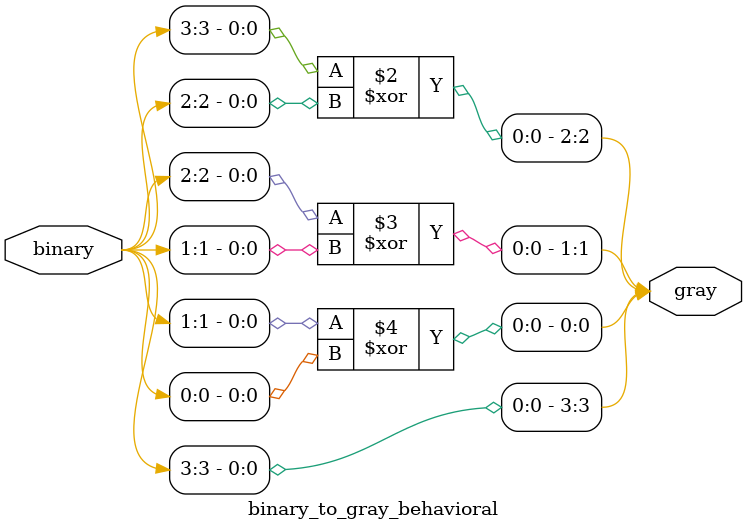
<source format=v>
`timescale 1ns / 1ps
module binary_to_gray_behavioral(
    input [3:0] binary,
    output reg [3:0] gray
);
    always @(binary) begin
        gray[3] = binary[3]; // MSB remains the same
        gray[2] = binary[3] ^ binary[2];
        gray[1] = binary[2] ^ binary[1];
        gray[0] = binary[1] ^ binary[0];
    end
endmodule


</source>
